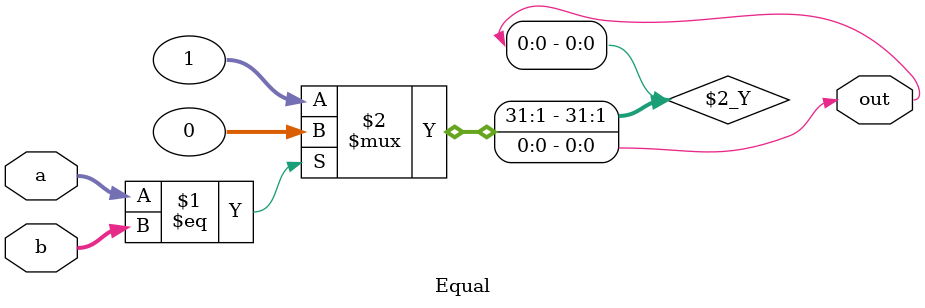
<source format=v>
`timescale 1ns / 1ps


module Equal(
    input [31:0] a,
    input [31:0] b,
    output out
    );
assign out = a==b ? 0:1;
endmodule

</source>
